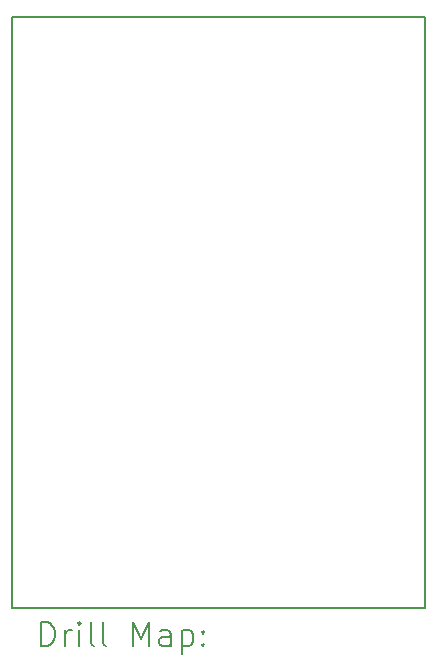
<source format=gbr>
%TF.GenerationSoftware,KiCad,Pcbnew,8.0.3-8.0.3-0~ubuntu22.04.1*%
%TF.CreationDate,2024-07-15T21:37:37+02:00*%
%TF.ProjectId,MT2AO8,4d543241-4f38-42e6-9b69-6361645f7063,rev?*%
%TF.SameCoordinates,Original*%
%TF.FileFunction,Drillmap*%
%TF.FilePolarity,Positive*%
%FSLAX45Y45*%
G04 Gerber Fmt 4.5, Leading zero omitted, Abs format (unit mm)*
G04 Created by KiCad (PCBNEW 8.0.3-8.0.3-0~ubuntu22.04.1) date 2024-07-15 21:37:37*
%MOMM*%
%LPD*%
G01*
G04 APERTURE LIST*
%ADD10C,0.200000*%
G04 APERTURE END LIST*
D10*
X13350000Y-7150000D02*
X16850000Y-7150000D01*
X13350000Y-7150000D02*
X13350000Y-12150000D01*
X16850000Y-7150000D02*
X16850000Y-12150000D01*
X13350000Y-12150000D02*
X16850000Y-12150000D01*
X13600777Y-12471484D02*
X13600777Y-12271484D01*
X13600777Y-12271484D02*
X13648396Y-12271484D01*
X13648396Y-12271484D02*
X13676967Y-12281008D01*
X13676967Y-12281008D02*
X13696015Y-12300055D01*
X13696015Y-12300055D02*
X13705539Y-12319103D01*
X13705539Y-12319103D02*
X13715062Y-12357198D01*
X13715062Y-12357198D02*
X13715062Y-12385769D01*
X13715062Y-12385769D02*
X13705539Y-12423865D01*
X13705539Y-12423865D02*
X13696015Y-12442912D01*
X13696015Y-12442912D02*
X13676967Y-12461960D01*
X13676967Y-12461960D02*
X13648396Y-12471484D01*
X13648396Y-12471484D02*
X13600777Y-12471484D01*
X13800777Y-12471484D02*
X13800777Y-12338150D01*
X13800777Y-12376246D02*
X13810301Y-12357198D01*
X13810301Y-12357198D02*
X13819824Y-12347674D01*
X13819824Y-12347674D02*
X13838872Y-12338150D01*
X13838872Y-12338150D02*
X13857920Y-12338150D01*
X13924586Y-12471484D02*
X13924586Y-12338150D01*
X13924586Y-12271484D02*
X13915062Y-12281008D01*
X13915062Y-12281008D02*
X13924586Y-12290531D01*
X13924586Y-12290531D02*
X13934110Y-12281008D01*
X13934110Y-12281008D02*
X13924586Y-12271484D01*
X13924586Y-12271484D02*
X13924586Y-12290531D01*
X14048396Y-12471484D02*
X14029348Y-12461960D01*
X14029348Y-12461960D02*
X14019824Y-12442912D01*
X14019824Y-12442912D02*
X14019824Y-12271484D01*
X14153158Y-12471484D02*
X14134110Y-12461960D01*
X14134110Y-12461960D02*
X14124586Y-12442912D01*
X14124586Y-12442912D02*
X14124586Y-12271484D01*
X14381729Y-12471484D02*
X14381729Y-12271484D01*
X14381729Y-12271484D02*
X14448396Y-12414341D01*
X14448396Y-12414341D02*
X14515062Y-12271484D01*
X14515062Y-12271484D02*
X14515062Y-12471484D01*
X14696015Y-12471484D02*
X14696015Y-12366722D01*
X14696015Y-12366722D02*
X14686491Y-12347674D01*
X14686491Y-12347674D02*
X14667443Y-12338150D01*
X14667443Y-12338150D02*
X14629348Y-12338150D01*
X14629348Y-12338150D02*
X14610301Y-12347674D01*
X14696015Y-12461960D02*
X14676967Y-12471484D01*
X14676967Y-12471484D02*
X14629348Y-12471484D01*
X14629348Y-12471484D02*
X14610301Y-12461960D01*
X14610301Y-12461960D02*
X14600777Y-12442912D01*
X14600777Y-12442912D02*
X14600777Y-12423865D01*
X14600777Y-12423865D02*
X14610301Y-12404817D01*
X14610301Y-12404817D02*
X14629348Y-12395293D01*
X14629348Y-12395293D02*
X14676967Y-12395293D01*
X14676967Y-12395293D02*
X14696015Y-12385769D01*
X14791253Y-12338150D02*
X14791253Y-12538150D01*
X14791253Y-12347674D02*
X14810301Y-12338150D01*
X14810301Y-12338150D02*
X14848396Y-12338150D01*
X14848396Y-12338150D02*
X14867443Y-12347674D01*
X14867443Y-12347674D02*
X14876967Y-12357198D01*
X14876967Y-12357198D02*
X14886491Y-12376246D01*
X14886491Y-12376246D02*
X14886491Y-12433388D01*
X14886491Y-12433388D02*
X14876967Y-12452436D01*
X14876967Y-12452436D02*
X14867443Y-12461960D01*
X14867443Y-12461960D02*
X14848396Y-12471484D01*
X14848396Y-12471484D02*
X14810301Y-12471484D01*
X14810301Y-12471484D02*
X14791253Y-12461960D01*
X14972205Y-12452436D02*
X14981729Y-12461960D01*
X14981729Y-12461960D02*
X14972205Y-12471484D01*
X14972205Y-12471484D02*
X14962682Y-12461960D01*
X14962682Y-12461960D02*
X14972205Y-12452436D01*
X14972205Y-12452436D02*
X14972205Y-12471484D01*
X14972205Y-12347674D02*
X14981729Y-12357198D01*
X14981729Y-12357198D02*
X14972205Y-12366722D01*
X14972205Y-12366722D02*
X14962682Y-12357198D01*
X14962682Y-12357198D02*
X14972205Y-12347674D01*
X14972205Y-12347674D02*
X14972205Y-12366722D01*
M02*

</source>
